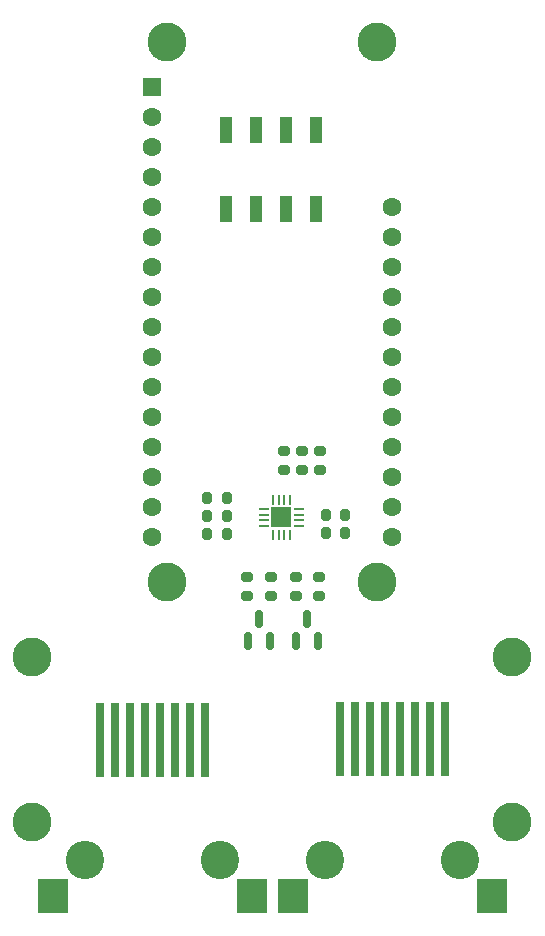
<source format=gts>
G04 #@! TF.GenerationSoftware,KiCad,Pcbnew,(6.0.8-1)-1*
G04 #@! TF.CreationDate,2023-04-13T00:42:50-04:00*
G04 #@! TF.ProjectId,featherwing_rs485,66656174-6865-4727-9769-6e675f727334,1*
G04 #@! TF.SameCoordinates,Original*
G04 #@! TF.FileFunction,Soldermask,Top*
G04 #@! TF.FilePolarity,Negative*
%FSLAX46Y46*%
G04 Gerber Fmt 4.6, Leading zero omitted, Abs format (unit mm)*
G04 Created by KiCad (PCBNEW (6.0.8-1)-1) date 2023-04-13 00:42:50*
%MOMM*%
%LPD*%
G01*
G04 APERTURE LIST*
G04 Aperture macros list*
%AMRoundRect*
0 Rectangle with rounded corners*
0 $1 Rounding radius*
0 $2 $3 $4 $5 $6 $7 $8 $9 X,Y pos of 4 corners*
0 Add a 4 corners polygon primitive as box body*
4,1,4,$2,$3,$4,$5,$6,$7,$8,$9,$2,$3,0*
0 Add four circle primitives for the rounded corners*
1,1,$1+$1,$2,$3*
1,1,$1+$1,$4,$5*
1,1,$1+$1,$6,$7*
1,1,$1+$1,$8,$9*
0 Add four rect primitives between the rounded corners*
20,1,$1+$1,$2,$3,$4,$5,0*
20,1,$1+$1,$4,$5,$6,$7,0*
20,1,$1+$1,$6,$7,$8,$9,0*
20,1,$1+$1,$8,$9,$2,$3,0*%
G04 Aperture macros list end*
%ADD10C,3.250000*%
%ADD11R,0.760000X6.350000*%
%ADD12R,2.540000X2.940000*%
%ADD13RoundRect,0.200000X-0.275000X0.200000X-0.275000X-0.200000X0.275000X-0.200000X0.275000X0.200000X0*%
%ADD14C,3.302000*%
%ADD15RoundRect,0.200000X0.200000X0.275000X-0.200000X0.275000X-0.200000X-0.275000X0.200000X-0.275000X0*%
%ADD16RoundRect,0.200000X-0.200000X-0.275000X0.200000X-0.275000X0.200000X0.275000X-0.200000X0.275000X0*%
%ADD17R,1.120000X2.160000*%
%ADD18RoundRect,0.062500X-0.062500X0.325000X-0.062500X-0.325000X0.062500X-0.325000X0.062500X0.325000X0*%
%ADD19RoundRect,0.062500X-0.325000X0.062500X-0.325000X-0.062500X0.325000X-0.062500X0.325000X0.062500X0*%
%ADD20R,1.800000X1.800000*%
%ADD21RoundRect,0.150000X0.150000X-0.587500X0.150000X0.587500X-0.150000X0.587500X-0.150000X-0.587500X0*%
%ADD22RoundRect,0.200000X0.275000X-0.200000X0.275000X0.200000X-0.275000X0.200000X-0.275000X-0.200000X0*%
%ADD23R,1.600000X1.600000*%
%ADD24C,1.600000*%
G04 APERTURE END LIST*
D10*
X89535000Y-126365000D03*
X78105000Y-126365000D03*
D11*
X79375000Y-116140000D03*
X80645000Y-116140000D03*
X81915000Y-116140000D03*
X83185000Y-116140000D03*
X84455000Y-116140000D03*
X85725000Y-116140000D03*
X86995000Y-116140000D03*
X88265000Y-116140000D03*
D12*
X92285000Y-129415000D03*
X75355000Y-129415000D03*
D13*
X77597000Y-102421000D03*
X77597000Y-104071000D03*
D14*
X82550000Y-57150000D03*
X82550000Y-102870000D03*
D13*
X74676000Y-91753000D03*
X74676000Y-93403000D03*
D14*
X53340000Y-109220000D03*
D15*
X69786000Y-97277000D03*
X68136000Y-97277000D03*
D14*
X64770000Y-57150000D03*
X53340000Y-123190000D03*
D13*
X71501000Y-102426000D03*
X71501000Y-104076000D03*
X76200000Y-91758000D03*
X76200000Y-93408000D03*
X73533000Y-102426000D03*
X73533000Y-104076000D03*
X75611000Y-102421000D03*
X75611000Y-104071000D03*
D16*
X78169000Y-97155000D03*
X79819000Y-97155000D03*
D15*
X69786000Y-95753000D03*
X68136000Y-95753000D03*
D17*
X77362500Y-64580000D03*
X74822500Y-64580000D03*
X72282500Y-64580000D03*
X69742500Y-64580000D03*
X69742500Y-71310000D03*
X72282500Y-71310000D03*
X74822500Y-71310000D03*
X77362500Y-71310000D03*
D18*
X75172000Y-95916500D03*
X74672000Y-95916500D03*
X74172000Y-95916500D03*
X73672000Y-95916500D03*
D19*
X72934500Y-96654000D03*
X72934500Y-97154000D03*
X72934500Y-97654000D03*
X72934500Y-98154000D03*
D18*
X73672000Y-98891500D03*
X74172000Y-98891500D03*
X74672000Y-98891500D03*
X75172000Y-98891500D03*
D19*
X75909500Y-98154000D03*
X75909500Y-97654000D03*
X75909500Y-97154000D03*
X75909500Y-96654000D03*
D20*
X74422000Y-97404000D03*
D21*
X75631000Y-107871500D03*
X77531000Y-107871500D03*
X76581000Y-105996500D03*
D22*
X77724000Y-93408000D03*
X77724000Y-91758000D03*
D14*
X93980000Y-109220000D03*
X64770000Y-102870000D03*
X93980000Y-123190000D03*
D23*
X63500000Y-60960000D03*
D24*
X63500000Y-63500000D03*
X63500000Y-66040000D03*
X63500000Y-68580000D03*
X63500000Y-71120000D03*
X63500000Y-73660000D03*
X63500000Y-76200000D03*
X63500000Y-78740000D03*
X63500000Y-81280000D03*
X63500000Y-83820000D03*
X63500000Y-86360000D03*
X63500000Y-88900000D03*
X63500000Y-91440000D03*
X63500000Y-93980000D03*
X63500000Y-96520000D03*
X63500000Y-99060000D03*
X83820000Y-99060000D03*
X83820000Y-96520000D03*
X83820000Y-93980000D03*
X83820000Y-91440000D03*
X83820000Y-88900000D03*
X83820000Y-86360000D03*
X83820000Y-83820000D03*
X83820000Y-81280000D03*
X83820000Y-78740000D03*
X83820000Y-76200000D03*
X83820000Y-73660000D03*
X83820000Y-71120000D03*
D15*
X69786000Y-98801000D03*
X68136000Y-98801000D03*
D10*
X69215000Y-126431000D03*
X57785000Y-126431000D03*
D11*
X59055000Y-116206000D03*
X60325000Y-116206000D03*
X61595000Y-116206000D03*
X62865000Y-116206000D03*
X64135000Y-116206000D03*
X65405000Y-116206000D03*
X66675000Y-116206000D03*
X67945000Y-116206000D03*
D12*
X55035000Y-129481000D03*
X71965000Y-129481000D03*
D21*
X71567000Y-107871500D03*
X73467000Y-107871500D03*
X72517000Y-105996500D03*
D16*
X78169000Y-98679000D03*
X79819000Y-98679000D03*
M02*

</source>
